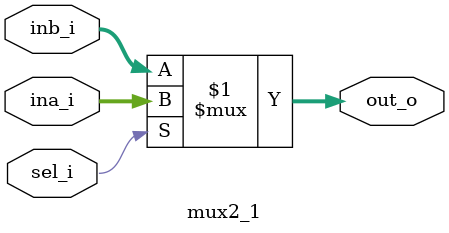
<source format=sv>
module mux2_1(
	input logic [31:0] ina_i,
	input logic [31:0] inb_i,
	input logic sel_i,
	output logic [31:0] out_o
);
assign out_o = (sel_i)?ina_i:inb_i;

endmodule : mux2_1

</source>
